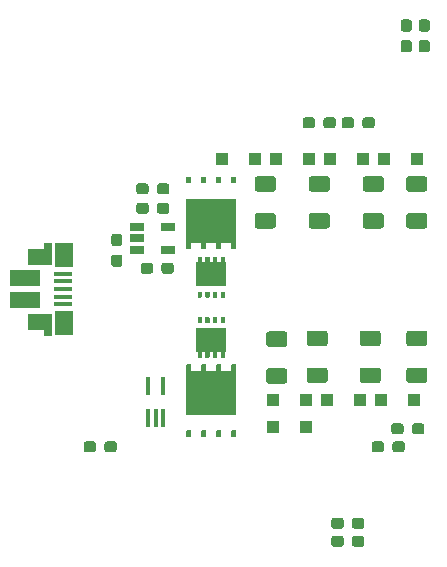
<source format=gtp>
G04 #@! TF.GenerationSoftware,KiCad,Pcbnew,(5.1.10)-1*
G04 #@! TF.CreationDate,2022-01-06T01:02:44-05:00*
G04 #@! TF.ProjectId,Charge_Pump,43686172-6765-45f5-9075-6d702e6b6963,rev?*
G04 #@! TF.SameCoordinates,Original*
G04 #@! TF.FileFunction,Paste,Top*
G04 #@! TF.FilePolarity,Positive*
%FSLAX46Y46*%
G04 Gerber Fmt 4.6, Leading zero omitted, Abs format (unit mm)*
G04 Created by KiCad (PCBNEW (5.1.10)-1) date 2022-01-06 01:02:44*
%MOMM*%
%LPD*%
G01*
G04 APERTURE LIST*
%ADD10R,1.220000X0.650000*%
%ADD11R,2.500000X1.430000*%
%ADD12R,1.650000X0.400000*%
%ADD13R,1.500000X2.000000*%
%ADD14R,0.700000X1.825000*%
%ADD15R,2.000000X1.350000*%
%ADD16R,1.100000X1.100000*%
%ADD17R,4.250000X3.820000*%
%ADD18R,2.590000X2.000000*%
%ADD19R,0.400000X1.500000*%
G04 APERTURE END LIST*
D10*
X170347000Y-98999000D03*
X170347000Y-100899000D03*
X167727000Y-100899000D03*
X167727000Y-99949000D03*
X167727000Y-98999000D03*
D11*
X158254000Y-105202000D03*
X158254000Y-103282000D03*
D12*
X161404000Y-105542000D03*
X161404000Y-104892000D03*
X161404000Y-104242000D03*
X161404000Y-103592000D03*
X161404000Y-102942000D03*
D13*
X161524000Y-107142000D03*
X161504000Y-101392000D03*
D14*
X160204000Y-107242000D03*
X160204000Y-101292000D03*
D15*
X159454000Y-101512000D03*
X159454000Y-106992000D03*
D16*
X188592000Y-93218000D03*
X191392000Y-93218000D03*
X191138000Y-113665000D03*
X188338000Y-113665000D03*
X184020000Y-93218000D03*
X186820000Y-93218000D03*
X186566000Y-113665000D03*
X183766000Y-113665000D03*
X179448000Y-93218000D03*
X182248000Y-93218000D03*
X181994000Y-113665000D03*
X179194000Y-113665000D03*
X179194000Y-115951000D03*
X181994000Y-115951000D03*
X174876000Y-93218000D03*
X177676000Y-93218000D03*
G36*
G01*
X190738999Y-97801000D02*
X192039001Y-97801000D01*
G75*
G02*
X192289000Y-98050999I0J-249999D01*
G01*
X192289000Y-98876001D01*
G75*
G02*
X192039001Y-99126000I-249999J0D01*
G01*
X190738999Y-99126000D01*
G75*
G02*
X190489000Y-98876001I0J249999D01*
G01*
X190489000Y-98050999D01*
G75*
G02*
X190738999Y-97801000I249999J0D01*
G01*
G37*
G36*
G01*
X190738999Y-94676000D02*
X192039001Y-94676000D01*
G75*
G02*
X192289000Y-94925999I0J-249999D01*
G01*
X192289000Y-95751001D01*
G75*
G02*
X192039001Y-96001000I-249999J0D01*
G01*
X190738999Y-96001000D01*
G75*
G02*
X190489000Y-95751001I0J249999D01*
G01*
X190489000Y-94925999D01*
G75*
G02*
X190738999Y-94676000I249999J0D01*
G01*
G37*
G36*
G01*
X190738999Y-110882000D02*
X192039001Y-110882000D01*
G75*
G02*
X192289000Y-111131999I0J-249999D01*
G01*
X192289000Y-111957001D01*
G75*
G02*
X192039001Y-112207000I-249999J0D01*
G01*
X190738999Y-112207000D01*
G75*
G02*
X190489000Y-111957001I0J249999D01*
G01*
X190489000Y-111131999D01*
G75*
G02*
X190738999Y-110882000I249999J0D01*
G01*
G37*
G36*
G01*
X190738999Y-107757000D02*
X192039001Y-107757000D01*
G75*
G02*
X192289000Y-108006999I0J-249999D01*
G01*
X192289000Y-108832001D01*
G75*
G02*
X192039001Y-109082000I-249999J0D01*
G01*
X190738999Y-109082000D01*
G75*
G02*
X190489000Y-108832001I0J249999D01*
G01*
X190489000Y-108006999D01*
G75*
G02*
X190738999Y-107757000I249999J0D01*
G01*
G37*
G36*
G01*
X187055999Y-97801000D02*
X188356001Y-97801000D01*
G75*
G02*
X188606000Y-98050999I0J-249999D01*
G01*
X188606000Y-98876001D01*
G75*
G02*
X188356001Y-99126000I-249999J0D01*
G01*
X187055999Y-99126000D01*
G75*
G02*
X186806000Y-98876001I0J249999D01*
G01*
X186806000Y-98050999D01*
G75*
G02*
X187055999Y-97801000I249999J0D01*
G01*
G37*
G36*
G01*
X187055999Y-94676000D02*
X188356001Y-94676000D01*
G75*
G02*
X188606000Y-94925999I0J-249999D01*
G01*
X188606000Y-95751001D01*
G75*
G02*
X188356001Y-96001000I-249999J0D01*
G01*
X187055999Y-96001000D01*
G75*
G02*
X186806000Y-95751001I0J249999D01*
G01*
X186806000Y-94925999D01*
G75*
G02*
X187055999Y-94676000I249999J0D01*
G01*
G37*
G36*
G01*
X186801999Y-110882000D02*
X188102001Y-110882000D01*
G75*
G02*
X188352000Y-111131999I0J-249999D01*
G01*
X188352000Y-111957001D01*
G75*
G02*
X188102001Y-112207000I-249999J0D01*
G01*
X186801999Y-112207000D01*
G75*
G02*
X186552000Y-111957001I0J249999D01*
G01*
X186552000Y-111131999D01*
G75*
G02*
X186801999Y-110882000I249999J0D01*
G01*
G37*
G36*
G01*
X186801999Y-107757000D02*
X188102001Y-107757000D01*
G75*
G02*
X188352000Y-108006999I0J-249999D01*
G01*
X188352000Y-108832001D01*
G75*
G02*
X188102001Y-109082000I-249999J0D01*
G01*
X186801999Y-109082000D01*
G75*
G02*
X186552000Y-108832001I0J249999D01*
G01*
X186552000Y-108006999D01*
G75*
G02*
X186801999Y-107757000I249999J0D01*
G01*
G37*
G36*
G01*
X182483999Y-97801000D02*
X183784001Y-97801000D01*
G75*
G02*
X184034000Y-98050999I0J-249999D01*
G01*
X184034000Y-98876001D01*
G75*
G02*
X183784001Y-99126000I-249999J0D01*
G01*
X182483999Y-99126000D01*
G75*
G02*
X182234000Y-98876001I0J249999D01*
G01*
X182234000Y-98050999D01*
G75*
G02*
X182483999Y-97801000I249999J0D01*
G01*
G37*
G36*
G01*
X182483999Y-94676000D02*
X183784001Y-94676000D01*
G75*
G02*
X184034000Y-94925999I0J-249999D01*
G01*
X184034000Y-95751001D01*
G75*
G02*
X183784001Y-96001000I-249999J0D01*
G01*
X182483999Y-96001000D01*
G75*
G02*
X182234000Y-95751001I0J249999D01*
G01*
X182234000Y-94925999D01*
G75*
G02*
X182483999Y-94676000I249999J0D01*
G01*
G37*
G36*
G01*
X182303999Y-110882000D02*
X183604001Y-110882000D01*
G75*
G02*
X183854000Y-111131999I0J-249999D01*
G01*
X183854000Y-111957001D01*
G75*
G02*
X183604001Y-112207000I-249999J0D01*
G01*
X182303999Y-112207000D01*
G75*
G02*
X182054000Y-111957001I0J249999D01*
G01*
X182054000Y-111131999D01*
G75*
G02*
X182303999Y-110882000I249999J0D01*
G01*
G37*
G36*
G01*
X182303999Y-107757000D02*
X183604001Y-107757000D01*
G75*
G02*
X183854000Y-108006999I0J-249999D01*
G01*
X183854000Y-108832001D01*
G75*
G02*
X183604001Y-109082000I-249999J0D01*
G01*
X182303999Y-109082000D01*
G75*
G02*
X182054000Y-108832001I0J249999D01*
G01*
X182054000Y-108006999D01*
G75*
G02*
X182303999Y-107757000I249999J0D01*
G01*
G37*
G36*
G01*
X178874999Y-110947000D02*
X180175001Y-110947000D01*
G75*
G02*
X180425000Y-111196999I0J-249999D01*
G01*
X180425000Y-112022001D01*
G75*
G02*
X180175001Y-112272000I-249999J0D01*
G01*
X178874999Y-112272000D01*
G75*
G02*
X178625000Y-112022001I0J249999D01*
G01*
X178625000Y-111196999D01*
G75*
G02*
X178874999Y-110947000I249999J0D01*
G01*
G37*
G36*
G01*
X178874999Y-107822000D02*
X180175001Y-107822000D01*
G75*
G02*
X180425000Y-108071999I0J-249999D01*
G01*
X180425000Y-108897001D01*
G75*
G02*
X180175001Y-109147000I-249999J0D01*
G01*
X178874999Y-109147000D01*
G75*
G02*
X178625000Y-108897001I0J249999D01*
G01*
X178625000Y-108071999D01*
G75*
G02*
X178874999Y-107822000I249999J0D01*
G01*
G37*
G36*
G01*
X177911999Y-97801000D02*
X179212001Y-97801000D01*
G75*
G02*
X179462000Y-98050999I0J-249999D01*
G01*
X179462000Y-98876001D01*
G75*
G02*
X179212001Y-99126000I-249999J0D01*
G01*
X177911999Y-99126000D01*
G75*
G02*
X177662000Y-98876001I0J249999D01*
G01*
X177662000Y-98050999D01*
G75*
G02*
X177911999Y-97801000I249999J0D01*
G01*
G37*
G36*
G01*
X177911999Y-94676000D02*
X179212001Y-94676000D01*
G75*
G02*
X179462000Y-94925999I0J-249999D01*
G01*
X179462000Y-95751001D01*
G75*
G02*
X179212001Y-96001000I-249999J0D01*
G01*
X177911999Y-96001000D01*
G75*
G02*
X177662000Y-95751001I0J249999D01*
G01*
X177662000Y-94925999D01*
G75*
G02*
X177911999Y-94676000I249999J0D01*
G01*
G37*
G36*
G01*
X170818000Y-102251500D02*
X170818000Y-102726500D01*
G75*
G02*
X170580500Y-102964000I-237500J0D01*
G01*
X170005500Y-102964000D01*
G75*
G02*
X169768000Y-102726500I0J237500D01*
G01*
X169768000Y-102251500D01*
G75*
G02*
X170005500Y-102014000I237500J0D01*
G01*
X170580500Y-102014000D01*
G75*
G02*
X170818000Y-102251500I0J-237500D01*
G01*
G37*
G36*
G01*
X169068000Y-102251500D02*
X169068000Y-102726500D01*
G75*
G02*
X168830500Y-102964000I-237500J0D01*
G01*
X168255500Y-102964000D01*
G75*
G02*
X168018000Y-102726500I0J237500D01*
G01*
X168018000Y-102251500D01*
G75*
G02*
X168255500Y-102014000I237500J0D01*
G01*
X168830500Y-102014000D01*
G75*
G02*
X169068000Y-102251500I0J-237500D01*
G01*
G37*
G36*
G01*
X167637000Y-97646500D02*
X167637000Y-97171500D01*
G75*
G02*
X167874500Y-96934000I237500J0D01*
G01*
X168449500Y-96934000D01*
G75*
G02*
X168687000Y-97171500I0J-237500D01*
G01*
X168687000Y-97646500D01*
G75*
G02*
X168449500Y-97884000I-237500J0D01*
G01*
X167874500Y-97884000D01*
G75*
G02*
X167637000Y-97646500I0J237500D01*
G01*
G37*
G36*
G01*
X169387000Y-97646500D02*
X169387000Y-97171500D01*
G75*
G02*
X169624500Y-96934000I237500J0D01*
G01*
X170199500Y-96934000D01*
G75*
G02*
X170437000Y-97171500I0J-237500D01*
G01*
X170437000Y-97646500D01*
G75*
G02*
X170199500Y-97884000I-237500J0D01*
G01*
X169624500Y-97884000D01*
G75*
G02*
X169387000Y-97646500I0J237500D01*
G01*
G37*
G36*
G01*
X165751500Y-101315000D02*
X166226500Y-101315000D01*
G75*
G02*
X166464000Y-101552500I0J-237500D01*
G01*
X166464000Y-102127500D01*
G75*
G02*
X166226500Y-102365000I-237500J0D01*
G01*
X165751500Y-102365000D01*
G75*
G02*
X165514000Y-102127500I0J237500D01*
G01*
X165514000Y-101552500D01*
G75*
G02*
X165751500Y-101315000I237500J0D01*
G01*
G37*
G36*
G01*
X165751500Y-99565000D02*
X166226500Y-99565000D01*
G75*
G02*
X166464000Y-99802500I0J-237500D01*
G01*
X166464000Y-100377500D01*
G75*
G02*
X166226500Y-100615000I-237500J0D01*
G01*
X165751500Y-100615000D01*
G75*
G02*
X165514000Y-100377500I0J237500D01*
G01*
X165514000Y-99802500D01*
G75*
G02*
X165751500Y-99565000I237500J0D01*
G01*
G37*
G36*
G01*
X167637000Y-95995500D02*
X167637000Y-95520500D01*
G75*
G02*
X167874500Y-95283000I237500J0D01*
G01*
X168449500Y-95283000D01*
G75*
G02*
X168687000Y-95520500I0J-237500D01*
G01*
X168687000Y-95995500D01*
G75*
G02*
X168449500Y-96233000I-237500J0D01*
G01*
X167874500Y-96233000D01*
G75*
G02*
X167637000Y-95995500I0J237500D01*
G01*
G37*
G36*
G01*
X169387000Y-95995500D02*
X169387000Y-95520500D01*
G75*
G02*
X169624500Y-95283000I237500J0D01*
G01*
X170199500Y-95283000D01*
G75*
G02*
X170437000Y-95520500I0J-237500D01*
G01*
X170437000Y-95995500D01*
G75*
G02*
X170199500Y-96233000I-237500J0D01*
G01*
X169624500Y-96233000D01*
G75*
G02*
X169387000Y-95995500I0J237500D01*
G01*
G37*
G36*
G01*
X164242000Y-117364500D02*
X164242000Y-117839500D01*
G75*
G02*
X164004500Y-118077000I-237500J0D01*
G01*
X163429500Y-118077000D01*
G75*
G02*
X163192000Y-117839500I0J237500D01*
G01*
X163192000Y-117364500D01*
G75*
G02*
X163429500Y-117127000I237500J0D01*
G01*
X164004500Y-117127000D01*
G75*
G02*
X164242000Y-117364500I0J-237500D01*
G01*
G37*
G36*
G01*
X165992000Y-117364500D02*
X165992000Y-117839500D01*
G75*
G02*
X165754500Y-118077000I-237500J0D01*
G01*
X165179500Y-118077000D01*
G75*
G02*
X164942000Y-117839500I0J237500D01*
G01*
X164942000Y-117364500D01*
G75*
G02*
X165179500Y-117127000I237500J0D01*
G01*
X165754500Y-117127000D01*
G75*
G02*
X165992000Y-117364500I0J-237500D01*
G01*
G37*
G36*
G01*
X190277000Y-115840500D02*
X190277000Y-116315500D01*
G75*
G02*
X190039500Y-116553000I-237500J0D01*
G01*
X189464500Y-116553000D01*
G75*
G02*
X189227000Y-116315500I0J237500D01*
G01*
X189227000Y-115840500D01*
G75*
G02*
X189464500Y-115603000I237500J0D01*
G01*
X190039500Y-115603000D01*
G75*
G02*
X190277000Y-115840500I0J-237500D01*
G01*
G37*
G36*
G01*
X192027000Y-115840500D02*
X192027000Y-116315500D01*
G75*
G02*
X191789500Y-116553000I-237500J0D01*
G01*
X191214500Y-116553000D01*
G75*
G02*
X190977000Y-116315500I0J237500D01*
G01*
X190977000Y-115840500D01*
G75*
G02*
X191214500Y-115603000I237500J0D01*
G01*
X191789500Y-115603000D01*
G75*
G02*
X192027000Y-115840500I0J-237500D01*
G01*
G37*
G36*
G01*
X184534000Y-89932500D02*
X184534000Y-90407500D01*
G75*
G02*
X184296500Y-90645000I-237500J0D01*
G01*
X183721500Y-90645000D01*
G75*
G02*
X183484000Y-90407500I0J237500D01*
G01*
X183484000Y-89932500D01*
G75*
G02*
X183721500Y-89695000I237500J0D01*
G01*
X184296500Y-89695000D01*
G75*
G02*
X184534000Y-89932500I0J-237500D01*
G01*
G37*
G36*
G01*
X182784000Y-89932500D02*
X182784000Y-90407500D01*
G75*
G02*
X182546500Y-90645000I-237500J0D01*
G01*
X181971500Y-90645000D01*
G75*
G02*
X181734000Y-90407500I0J237500D01*
G01*
X181734000Y-89932500D01*
G75*
G02*
X181971500Y-89695000I237500J0D01*
G01*
X182546500Y-89695000D01*
G75*
G02*
X182784000Y-89932500I0J-237500D01*
G01*
G37*
G36*
G01*
X186786000Y-90407500D02*
X186786000Y-89932500D01*
G75*
G02*
X187023500Y-89695000I237500J0D01*
G01*
X187598500Y-89695000D01*
G75*
G02*
X187836000Y-89932500I0J-237500D01*
G01*
X187836000Y-90407500D01*
G75*
G02*
X187598500Y-90645000I-237500J0D01*
G01*
X187023500Y-90645000D01*
G75*
G02*
X186786000Y-90407500I0J237500D01*
G01*
G37*
G36*
G01*
X185036000Y-90407500D02*
X185036000Y-89932500D01*
G75*
G02*
X185273500Y-89695000I237500J0D01*
G01*
X185848500Y-89695000D01*
G75*
G02*
X186086000Y-89932500I0J-237500D01*
G01*
X186086000Y-90407500D01*
G75*
G02*
X185848500Y-90645000I-237500J0D01*
G01*
X185273500Y-90645000D01*
G75*
G02*
X185036000Y-90407500I0J237500D01*
G01*
G37*
G36*
G01*
X188626000Y-117364500D02*
X188626000Y-117839500D01*
G75*
G02*
X188388500Y-118077000I-237500J0D01*
G01*
X187813500Y-118077000D01*
G75*
G02*
X187576000Y-117839500I0J237500D01*
G01*
X187576000Y-117364500D01*
G75*
G02*
X187813500Y-117127000I237500J0D01*
G01*
X188388500Y-117127000D01*
G75*
G02*
X188626000Y-117364500I0J-237500D01*
G01*
G37*
G36*
G01*
X190376000Y-117364500D02*
X190376000Y-117839500D01*
G75*
G02*
X190138500Y-118077000I-237500J0D01*
G01*
X189563500Y-118077000D01*
G75*
G02*
X189326000Y-117839500I0J237500D01*
G01*
X189326000Y-117364500D01*
G75*
G02*
X189563500Y-117127000I237500J0D01*
G01*
X190138500Y-117127000D01*
G75*
G02*
X190376000Y-117364500I0J-237500D01*
G01*
G37*
G36*
G01*
X192261500Y-84204000D02*
X191786500Y-84204000D01*
G75*
G02*
X191549000Y-83966500I0J237500D01*
G01*
X191549000Y-83391500D01*
G75*
G02*
X191786500Y-83154000I237500J0D01*
G01*
X192261500Y-83154000D01*
G75*
G02*
X192499000Y-83391500I0J-237500D01*
G01*
X192499000Y-83966500D01*
G75*
G02*
X192261500Y-84204000I-237500J0D01*
G01*
G37*
G36*
G01*
X192261500Y-82454000D02*
X191786500Y-82454000D01*
G75*
G02*
X191549000Y-82216500I0J237500D01*
G01*
X191549000Y-81641500D01*
G75*
G02*
X191786500Y-81404000I237500J0D01*
G01*
X192261500Y-81404000D01*
G75*
G02*
X192499000Y-81641500I0J-237500D01*
G01*
X192499000Y-82216500D01*
G75*
G02*
X192261500Y-82454000I-237500J0D01*
G01*
G37*
G36*
G01*
X186947000Y-123841500D02*
X186947000Y-124316500D01*
G75*
G02*
X186709500Y-124554000I-237500J0D01*
G01*
X186134500Y-124554000D01*
G75*
G02*
X185897000Y-124316500I0J237500D01*
G01*
X185897000Y-123841500D01*
G75*
G02*
X186134500Y-123604000I237500J0D01*
G01*
X186709500Y-123604000D01*
G75*
G02*
X186947000Y-123841500I0J-237500D01*
G01*
G37*
G36*
G01*
X185197000Y-123841500D02*
X185197000Y-124316500D01*
G75*
G02*
X184959500Y-124554000I-237500J0D01*
G01*
X184384500Y-124554000D01*
G75*
G02*
X184147000Y-124316500I0J237500D01*
G01*
X184147000Y-123841500D01*
G75*
G02*
X184384500Y-123604000I237500J0D01*
G01*
X184959500Y-123604000D01*
G75*
G02*
X185197000Y-123841500I0J-237500D01*
G01*
G37*
G36*
G01*
X190737500Y-82454000D02*
X190262500Y-82454000D01*
G75*
G02*
X190025000Y-82216500I0J237500D01*
G01*
X190025000Y-81641500D01*
G75*
G02*
X190262500Y-81404000I237500J0D01*
G01*
X190737500Y-81404000D01*
G75*
G02*
X190975000Y-81641500I0J-237500D01*
G01*
X190975000Y-82216500D01*
G75*
G02*
X190737500Y-82454000I-237500J0D01*
G01*
G37*
G36*
G01*
X190737500Y-84204000D02*
X190262500Y-84204000D01*
G75*
G02*
X190025000Y-83966500I0J237500D01*
G01*
X190025000Y-83391500D01*
G75*
G02*
X190262500Y-83154000I237500J0D01*
G01*
X190737500Y-83154000D01*
G75*
G02*
X190975000Y-83391500I0J-237500D01*
G01*
X190975000Y-83966500D01*
G75*
G02*
X190737500Y-84204000I-237500J0D01*
G01*
G37*
G36*
G01*
X186947000Y-125365500D02*
X186947000Y-125840500D01*
G75*
G02*
X186709500Y-126078000I-237500J0D01*
G01*
X186134500Y-126078000D01*
G75*
G02*
X185897000Y-125840500I0J237500D01*
G01*
X185897000Y-125365500D01*
G75*
G02*
X186134500Y-125128000I237500J0D01*
G01*
X186709500Y-125128000D01*
G75*
G02*
X186947000Y-125365500I0J-237500D01*
G01*
G37*
G36*
G01*
X185197000Y-125365500D02*
X185197000Y-125840500D01*
G75*
G02*
X184959500Y-126078000I-237500J0D01*
G01*
X184384500Y-126078000D01*
G75*
G02*
X184147000Y-125840500I0J237500D01*
G01*
X184147000Y-125365500D01*
G75*
G02*
X184384500Y-125128000I237500J0D01*
G01*
X184959500Y-125128000D01*
G75*
G02*
X185197000Y-125365500I0J-237500D01*
G01*
G37*
D17*
X173990000Y-98460000D03*
G36*
G01*
X171885000Y-100825000D02*
X171885000Y-100325000D01*
G75*
G02*
X171925000Y-100285000I40000J0D01*
G01*
X172245000Y-100285000D01*
G75*
G02*
X172285000Y-100325000I0J-40000D01*
G01*
X172285000Y-100825000D01*
G75*
G02*
X172245000Y-100865000I-40000J0D01*
G01*
X171925000Y-100865000D01*
G75*
G02*
X171885000Y-100825000I0J40000D01*
G01*
G37*
G36*
G01*
X173155000Y-100825000D02*
X173155000Y-100325000D01*
G75*
G02*
X173195000Y-100285000I40000J0D01*
G01*
X173515000Y-100285000D01*
G75*
G02*
X173555000Y-100325000I0J-40000D01*
G01*
X173555000Y-100825000D01*
G75*
G02*
X173515000Y-100865000I-40000J0D01*
G01*
X173195000Y-100865000D01*
G75*
G02*
X173155000Y-100825000I0J40000D01*
G01*
G37*
G36*
G01*
X174425000Y-100825000D02*
X174425000Y-100325000D01*
G75*
G02*
X174465000Y-100285000I40000J0D01*
G01*
X174785000Y-100285000D01*
G75*
G02*
X174825000Y-100325000I0J-40000D01*
G01*
X174825000Y-100825000D01*
G75*
G02*
X174785000Y-100865000I-40000J0D01*
G01*
X174465000Y-100865000D01*
G75*
G02*
X174425000Y-100825000I0J40000D01*
G01*
G37*
G36*
G01*
X175695000Y-100825000D02*
X175695000Y-100325000D01*
G75*
G02*
X175735000Y-100285000I40000J0D01*
G01*
X176055000Y-100285000D01*
G75*
G02*
X176095000Y-100325000I0J-40000D01*
G01*
X176095000Y-100825000D01*
G75*
G02*
X176055000Y-100865000I-40000J0D01*
G01*
X175735000Y-100865000D01*
G75*
G02*
X175695000Y-100825000I0J40000D01*
G01*
G37*
G36*
G01*
X171885000Y-95255000D02*
X171885000Y-94755000D01*
G75*
G02*
X171925000Y-94715000I40000J0D01*
G01*
X172245000Y-94715000D01*
G75*
G02*
X172285000Y-94755000I0J-40000D01*
G01*
X172285000Y-95255000D01*
G75*
G02*
X172245000Y-95295000I-40000J0D01*
G01*
X171925000Y-95295000D01*
G75*
G02*
X171885000Y-95255000I0J40000D01*
G01*
G37*
G36*
G01*
X173155000Y-95255000D02*
X173155000Y-94755000D01*
G75*
G02*
X173195000Y-94715000I40000J0D01*
G01*
X173515000Y-94715000D01*
G75*
G02*
X173555000Y-94755000I0J-40000D01*
G01*
X173555000Y-95255000D01*
G75*
G02*
X173515000Y-95295000I-40000J0D01*
G01*
X173195000Y-95295000D01*
G75*
G02*
X173155000Y-95255000I0J40000D01*
G01*
G37*
G36*
G01*
X174425000Y-95255000D02*
X174425000Y-94755000D01*
G75*
G02*
X174465000Y-94715000I40000J0D01*
G01*
X174785000Y-94715000D01*
G75*
G02*
X174825000Y-94755000I0J-40000D01*
G01*
X174825000Y-95255000D01*
G75*
G02*
X174785000Y-95295000I-40000J0D01*
G01*
X174465000Y-95295000D01*
G75*
G02*
X174425000Y-95255000I0J40000D01*
G01*
G37*
G36*
G01*
X175695000Y-95255000D02*
X175695000Y-94755000D01*
G75*
G02*
X175735000Y-94715000I40000J0D01*
G01*
X176055000Y-94715000D01*
G75*
G02*
X176095000Y-94755000I0J-40000D01*
G01*
X176095000Y-95255000D01*
G75*
G02*
X176055000Y-95295000I-40000J0D01*
G01*
X175735000Y-95295000D01*
G75*
G02*
X175695000Y-95255000I0J40000D01*
G01*
G37*
G36*
G01*
X172285000Y-116235000D02*
X172285000Y-116735000D01*
G75*
G02*
X172245000Y-116775000I-40000J0D01*
G01*
X171925000Y-116775000D01*
G75*
G02*
X171885000Y-116735000I0J40000D01*
G01*
X171885000Y-116235000D01*
G75*
G02*
X171925000Y-116195000I40000J0D01*
G01*
X172245000Y-116195000D01*
G75*
G02*
X172285000Y-116235000I0J-40000D01*
G01*
G37*
G36*
G01*
X173555000Y-116235000D02*
X173555000Y-116735000D01*
G75*
G02*
X173515000Y-116775000I-40000J0D01*
G01*
X173195000Y-116775000D01*
G75*
G02*
X173155000Y-116735000I0J40000D01*
G01*
X173155000Y-116235000D01*
G75*
G02*
X173195000Y-116195000I40000J0D01*
G01*
X173515000Y-116195000D01*
G75*
G02*
X173555000Y-116235000I0J-40000D01*
G01*
G37*
G36*
G01*
X174825000Y-116235000D02*
X174825000Y-116735000D01*
G75*
G02*
X174785000Y-116775000I-40000J0D01*
G01*
X174465000Y-116775000D01*
G75*
G02*
X174425000Y-116735000I0J40000D01*
G01*
X174425000Y-116235000D01*
G75*
G02*
X174465000Y-116195000I40000J0D01*
G01*
X174785000Y-116195000D01*
G75*
G02*
X174825000Y-116235000I0J-40000D01*
G01*
G37*
G36*
G01*
X176095000Y-116235000D02*
X176095000Y-116735000D01*
G75*
G02*
X176055000Y-116775000I-40000J0D01*
G01*
X175735000Y-116775000D01*
G75*
G02*
X175695000Y-116735000I0J40000D01*
G01*
X175695000Y-116235000D01*
G75*
G02*
X175735000Y-116195000I40000J0D01*
G01*
X176055000Y-116195000D01*
G75*
G02*
X176095000Y-116235000I0J-40000D01*
G01*
G37*
G36*
G01*
X172285000Y-110665000D02*
X172285000Y-111165000D01*
G75*
G02*
X172245000Y-111205000I-40000J0D01*
G01*
X171925000Y-111205000D01*
G75*
G02*
X171885000Y-111165000I0J40000D01*
G01*
X171885000Y-110665000D01*
G75*
G02*
X171925000Y-110625000I40000J0D01*
G01*
X172245000Y-110625000D01*
G75*
G02*
X172285000Y-110665000I0J-40000D01*
G01*
G37*
G36*
G01*
X173555000Y-110665000D02*
X173555000Y-111165000D01*
G75*
G02*
X173515000Y-111205000I-40000J0D01*
G01*
X173195000Y-111205000D01*
G75*
G02*
X173155000Y-111165000I0J40000D01*
G01*
X173155000Y-110665000D01*
G75*
G02*
X173195000Y-110625000I40000J0D01*
G01*
X173515000Y-110625000D01*
G75*
G02*
X173555000Y-110665000I0J-40000D01*
G01*
G37*
G36*
G01*
X174825000Y-110665000D02*
X174825000Y-111165000D01*
G75*
G02*
X174785000Y-111205000I-40000J0D01*
G01*
X174465000Y-111205000D01*
G75*
G02*
X174425000Y-111165000I0J40000D01*
G01*
X174425000Y-110665000D01*
G75*
G02*
X174465000Y-110625000I40000J0D01*
G01*
X174785000Y-110625000D01*
G75*
G02*
X174825000Y-110665000I0J-40000D01*
G01*
G37*
G36*
G01*
X176095000Y-110665000D02*
X176095000Y-111165000D01*
G75*
G02*
X176055000Y-111205000I-40000J0D01*
G01*
X175735000Y-111205000D01*
G75*
G02*
X175695000Y-111165000I0J40000D01*
G01*
X175695000Y-110665000D01*
G75*
G02*
X175735000Y-110625000I40000J0D01*
G01*
X176055000Y-110625000D01*
G75*
G02*
X176095000Y-110665000I0J-40000D01*
G01*
G37*
X173990000Y-113030000D03*
D18*
X173990000Y-102997000D03*
G36*
G01*
X175140000Y-101547000D02*
X175140000Y-101977000D01*
G75*
G02*
X175105000Y-102012000I-35000J0D01*
G01*
X174825000Y-102012000D01*
G75*
G02*
X174790000Y-101977000I0J35000D01*
G01*
X174790000Y-101547000D01*
G75*
G02*
X174825000Y-101512000I35000J0D01*
G01*
X175105000Y-101512000D01*
G75*
G02*
X175140000Y-101547000I0J-35000D01*
G01*
G37*
G36*
G01*
X174490000Y-101547000D02*
X174490000Y-101977000D01*
G75*
G02*
X174455000Y-102012000I-35000J0D01*
G01*
X174175000Y-102012000D01*
G75*
G02*
X174140000Y-101977000I0J35000D01*
G01*
X174140000Y-101547000D01*
G75*
G02*
X174175000Y-101512000I35000J0D01*
G01*
X174455000Y-101512000D01*
G75*
G02*
X174490000Y-101547000I0J-35000D01*
G01*
G37*
G36*
G01*
X173840000Y-101547000D02*
X173840000Y-101977000D01*
G75*
G02*
X173805000Y-102012000I-35000J0D01*
G01*
X173525000Y-102012000D01*
G75*
G02*
X173490000Y-101977000I0J35000D01*
G01*
X173490000Y-101547000D01*
G75*
G02*
X173525000Y-101512000I35000J0D01*
G01*
X173805000Y-101512000D01*
G75*
G02*
X173840000Y-101547000I0J-35000D01*
G01*
G37*
G36*
G01*
X173190000Y-101547000D02*
X173190000Y-101977000D01*
G75*
G02*
X173155000Y-102012000I-35000J0D01*
G01*
X172875000Y-102012000D01*
G75*
G02*
X172840000Y-101977000I0J35000D01*
G01*
X172840000Y-101547000D01*
G75*
G02*
X172875000Y-101512000I35000J0D01*
G01*
X173155000Y-101512000D01*
G75*
G02*
X173190000Y-101547000I0J-35000D01*
G01*
G37*
G36*
G01*
X175140000Y-104497000D02*
X175140000Y-104927000D01*
G75*
G02*
X175105000Y-104962000I-35000J0D01*
G01*
X174825000Y-104962000D01*
G75*
G02*
X174790000Y-104927000I0J35000D01*
G01*
X174790000Y-104497000D01*
G75*
G02*
X174825000Y-104462000I35000J0D01*
G01*
X175105000Y-104462000D01*
G75*
G02*
X175140000Y-104497000I0J-35000D01*
G01*
G37*
G36*
G01*
X174490000Y-104497000D02*
X174490000Y-104927000D01*
G75*
G02*
X174455000Y-104962000I-35000J0D01*
G01*
X174175000Y-104962000D01*
G75*
G02*
X174140000Y-104927000I0J35000D01*
G01*
X174140000Y-104497000D01*
G75*
G02*
X174175000Y-104462000I35000J0D01*
G01*
X174455000Y-104462000D01*
G75*
G02*
X174490000Y-104497000I0J-35000D01*
G01*
G37*
G36*
G01*
X173840000Y-104497000D02*
X173840000Y-104927000D01*
G75*
G02*
X173805000Y-104962000I-35000J0D01*
G01*
X173525000Y-104962000D01*
G75*
G02*
X173490000Y-104927000I0J35000D01*
G01*
X173490000Y-104497000D01*
G75*
G02*
X173525000Y-104462000I35000J0D01*
G01*
X173805000Y-104462000D01*
G75*
G02*
X173840000Y-104497000I0J-35000D01*
G01*
G37*
G36*
G01*
X173190000Y-104497000D02*
X173190000Y-104927000D01*
G75*
G02*
X173155000Y-104962000I-35000J0D01*
G01*
X172875000Y-104962000D01*
G75*
G02*
X172840000Y-104927000I0J35000D01*
G01*
X172840000Y-104497000D01*
G75*
G02*
X172875000Y-104462000I35000J0D01*
G01*
X173155000Y-104462000D01*
G75*
G02*
X173190000Y-104497000I0J-35000D01*
G01*
G37*
G36*
G01*
X174790000Y-107085000D02*
X174790000Y-106655000D01*
G75*
G02*
X174825000Y-106620000I35000J0D01*
G01*
X175105000Y-106620000D01*
G75*
G02*
X175140000Y-106655000I0J-35000D01*
G01*
X175140000Y-107085000D01*
G75*
G02*
X175105000Y-107120000I-35000J0D01*
G01*
X174825000Y-107120000D01*
G75*
G02*
X174790000Y-107085000I0J35000D01*
G01*
G37*
G36*
G01*
X174140000Y-107085000D02*
X174140000Y-106655000D01*
G75*
G02*
X174175000Y-106620000I35000J0D01*
G01*
X174455000Y-106620000D01*
G75*
G02*
X174490000Y-106655000I0J-35000D01*
G01*
X174490000Y-107085000D01*
G75*
G02*
X174455000Y-107120000I-35000J0D01*
G01*
X174175000Y-107120000D01*
G75*
G02*
X174140000Y-107085000I0J35000D01*
G01*
G37*
G36*
G01*
X173490000Y-107085000D02*
X173490000Y-106655000D01*
G75*
G02*
X173525000Y-106620000I35000J0D01*
G01*
X173805000Y-106620000D01*
G75*
G02*
X173840000Y-106655000I0J-35000D01*
G01*
X173840000Y-107085000D01*
G75*
G02*
X173805000Y-107120000I-35000J0D01*
G01*
X173525000Y-107120000D01*
G75*
G02*
X173490000Y-107085000I0J35000D01*
G01*
G37*
G36*
G01*
X172840000Y-107085000D02*
X172840000Y-106655000D01*
G75*
G02*
X172875000Y-106620000I35000J0D01*
G01*
X173155000Y-106620000D01*
G75*
G02*
X173190000Y-106655000I0J-35000D01*
G01*
X173190000Y-107085000D01*
G75*
G02*
X173155000Y-107120000I-35000J0D01*
G01*
X172875000Y-107120000D01*
G75*
G02*
X172840000Y-107085000I0J35000D01*
G01*
G37*
G36*
G01*
X174790000Y-110035000D02*
X174790000Y-109605000D01*
G75*
G02*
X174825000Y-109570000I35000J0D01*
G01*
X175105000Y-109570000D01*
G75*
G02*
X175140000Y-109605000I0J-35000D01*
G01*
X175140000Y-110035000D01*
G75*
G02*
X175105000Y-110070000I-35000J0D01*
G01*
X174825000Y-110070000D01*
G75*
G02*
X174790000Y-110035000I0J35000D01*
G01*
G37*
G36*
G01*
X174140000Y-110035000D02*
X174140000Y-109605000D01*
G75*
G02*
X174175000Y-109570000I35000J0D01*
G01*
X174455000Y-109570000D01*
G75*
G02*
X174490000Y-109605000I0J-35000D01*
G01*
X174490000Y-110035000D01*
G75*
G02*
X174455000Y-110070000I-35000J0D01*
G01*
X174175000Y-110070000D01*
G75*
G02*
X174140000Y-110035000I0J35000D01*
G01*
G37*
G36*
G01*
X173490000Y-110035000D02*
X173490000Y-109605000D01*
G75*
G02*
X173525000Y-109570000I35000J0D01*
G01*
X173805000Y-109570000D01*
G75*
G02*
X173840000Y-109605000I0J-35000D01*
G01*
X173840000Y-110035000D01*
G75*
G02*
X173805000Y-110070000I-35000J0D01*
G01*
X173525000Y-110070000D01*
G75*
G02*
X173490000Y-110035000I0J35000D01*
G01*
G37*
G36*
G01*
X172840000Y-110035000D02*
X172840000Y-109605000D01*
G75*
G02*
X172875000Y-109570000I35000J0D01*
G01*
X173155000Y-109570000D01*
G75*
G02*
X173190000Y-109605000I0J-35000D01*
G01*
X173190000Y-110035000D01*
G75*
G02*
X173155000Y-110070000I-35000J0D01*
G01*
X172875000Y-110070000D01*
G75*
G02*
X172840000Y-110035000I0J35000D01*
G01*
G37*
X173990000Y-108585000D03*
D19*
X168641000Y-115122000D03*
X169291000Y-115122000D03*
X169941000Y-115122000D03*
X169941000Y-112462000D03*
X168641000Y-112462000D03*
M02*

</source>
